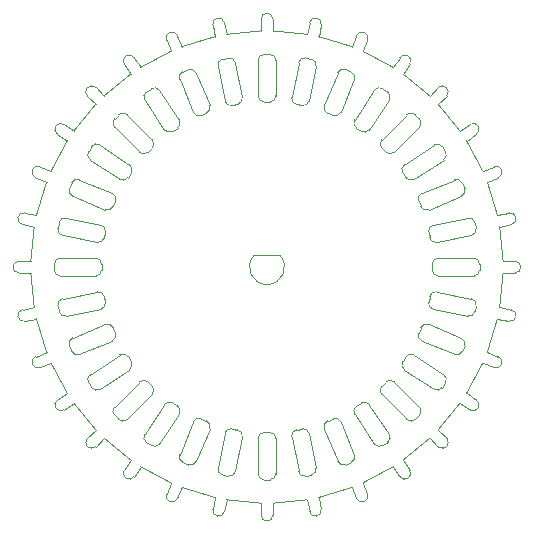
<source format=gbr>
G04 #@! TF.GenerationSoftware,KiCad,Pcbnew,(6.0.1-0)*
G04 #@! TF.CreationDate,2022-08-23T12:06:24-04:00*
G04 #@! TF.ProjectId,indexingWheel,696e6465-7869-46e6-9757-6865656c2e6b,rev?*
G04 #@! TF.SameCoordinates,Original*
G04 #@! TF.FileFunction,Profile,NP*
%FSLAX46Y46*%
G04 Gerber Fmt 4.6, Leading zero omitted, Abs format (unit mm)*
G04 Created by KiCad (PCBNEW (6.0.1-0)) date 2022-08-23 12:06:24*
%MOMM*%
%LPD*%
G01*
G04 APERTURE LIST*
G04 #@! TA.AperFunction,Profile*
%ADD10C,0.050000*%
G04 #@! TD*
G04 APERTURE END LIST*
D10*
X148400001Y-92000001D02*
G75*
G03*
X150599999Y-92000001I1099999J-999999D01*
G01*
X148400001Y-92000001D02*
X150600000Y-92000000D01*
X146234014Y-110703142D02*
G75*
G03*
X146821014Y-110310142I97001J489999D01*
G01*
X167500014Y-92750142D02*
G75*
G03*
X167000014Y-92250142I-500001J-1D01*
G01*
X156157014Y-76274142D02*
X156619014Y-76466142D01*
X139777014Y-103783142D02*
X137656014Y-105905142D01*
X143911014Y-105839142D02*
G75*
G03*
X143258011Y-106110150I-191000J-462000D01*
G01*
X142311014Y-74337142D02*
X141926014Y-73407142D01*
X156619014Y-109534141D02*
G75*
G03*
X156890014Y-108881142I-190999J461999D01*
G01*
X135720014Y-95486142D02*
X135818014Y-95976142D01*
X166810014Y-90322142D02*
G75*
G03*
X167204014Y-89734142I-97000J491000D01*
G01*
X134533014Y-102099142D02*
X137027014Y-100432142D01*
X138808014Y-109902142D02*
G75*
G03*
X141387023Y-111280619I10691956J16901920D01*
G01*
X159223014Y-103076142D02*
G75*
G03*
X159222020Y-103783148I353002J-354000D01*
G01*
X133154014Y-81476142D02*
X132317014Y-80917142D01*
X129988014Y-88609142D02*
X129001014Y-88413142D01*
X159292014Y-77895142D02*
X159708014Y-78172142D01*
X152178014Y-110310142D02*
X151593014Y-107368142D01*
X136595014Y-104844142D02*
G75*
G03*
X136595014Y-105552142I353999J-354000D01*
G01*
X169012014Y-97391142D02*
X169999014Y-97587142D01*
X156890014Y-77119142D02*
X155742014Y-79891142D01*
X165846014Y-81476142D02*
G75*
G03*
X163990808Y-79215688I-16346078J-11524066D01*
G01*
X162609014Y-86758142D02*
X165381014Y-85610142D01*
X135009014Y-79216142D02*
X134297014Y-78504142D01*
X169207014Y-96410142D02*
X170194014Y-96607142D01*
X148750014Y-110500142D02*
X148750014Y-107500142D01*
X151986014Y-106780141D02*
G75*
G03*
X151594016Y-107368151I98001J-490001D01*
G01*
X150000014Y-112994142D02*
G75*
G03*
X152910275Y-112707505I-500014J19994142D01*
G01*
X161973014Y-100432142D02*
X164467014Y-102099142D01*
X135720015Y-95486142D02*
G75*
G03*
X135132005Y-95094144I-490001J-98001D01*
G01*
X139777014Y-82924142D02*
G75*
G03*
X139778008Y-82217136I-353002J354000D01*
G01*
X138808014Y-109902142D02*
X138249014Y-110739142D01*
X161140014Y-84321142D02*
X163634014Y-82654142D01*
X136661014Y-87411142D02*
X136470014Y-87873142D01*
X150250014Y-107500142D02*
G75*
G03*
X149750014Y-107000142I-500001J-1D01*
G01*
X167000014Y-93750142D02*
G75*
G03*
X167500014Y-93250142I-1J500001D01*
G01*
X162530015Y-87873142D02*
G75*
G03*
X163183022Y-88144139I461999J190999D01*
G01*
X159576014Y-83277142D02*
G75*
G03*
X160283020Y-83278136I354000J353002D01*
G01*
X135000014Y-93750142D02*
X132000014Y-93750142D01*
X160192014Y-76098142D02*
X160751014Y-75261142D01*
X135004014Y-77797142D02*
G75*
G03*
X134298014Y-78505142I-353000J-354000D01*
G01*
X159292014Y-77895142D02*
G75*
G03*
X158600014Y-78033142I-277000J-414999D01*
G01*
X150000014Y-112994142D02*
X150000014Y-114000142D01*
X141514014Y-104502142D02*
G75*
G03*
X140821009Y-104639149I-278000J-415001D01*
G01*
X136470013Y-98127142D02*
G75*
G03*
X135817006Y-97856145I-461999J-190999D01*
G01*
X153064014Y-107075142D02*
X153650014Y-110017142D01*
X167780014Y-84887142D02*
X168710014Y-84502142D01*
X153257014Y-110605142D02*
X152766014Y-110703142D01*
X159223014Y-82217142D02*
X161344014Y-80095142D01*
X161583014Y-75817142D02*
G75*
G03*
X160751014Y-75261142I-416000J278000D01*
G01*
X163183014Y-97856142D02*
X165955014Y-99004142D01*
X166810014Y-90322142D02*
X163868014Y-90907142D01*
X135817014Y-88144143D02*
G75*
G03*
X136470014Y-87873142I191000J462000D01*
G01*
X146090014Y-112707142D02*
G75*
G03*
X149000219Y-112993745I3410012J19707108D01*
G01*
X162339014Y-98589142D02*
X162530014Y-98127142D01*
X163868014Y-95093142D02*
X166810014Y-95678142D01*
X145743014Y-75395142D02*
X146234014Y-75297142D01*
X128806014Y-96607142D02*
G75*
G03*
X129002014Y-97587142I98000J-490000D01*
G01*
X135132014Y-90907142D02*
X132190014Y-90322142D01*
X131895014Y-96757142D02*
X131797014Y-96266142D01*
X161024014Y-109346142D02*
X161583014Y-110183142D01*
X161024014Y-76654142D02*
X161583014Y-75817142D01*
X144373014Y-79970142D02*
X143911014Y-80161142D01*
X147407014Y-107368142D02*
G75*
G03*
X147014014Y-106779142I-491000J98000D01*
G01*
X137976014Y-76654142D02*
X137417014Y-75817142D01*
X167203014Y-96266142D02*
G75*
G03*
X166810014Y-95679142I-489999J97001D01*
G01*
X135366014Y-82654142D02*
X137860014Y-84321142D01*
X165955014Y-86996141D02*
G75*
G03*
X166226014Y-86343142I-190999J461999D01*
G01*
X149000014Y-73006142D02*
X149000014Y-72000142D01*
X163996014Y-108203142D02*
G75*
G03*
X164702014Y-107495142I353000J354000D01*
G01*
X165846014Y-104524142D02*
X166683014Y-105083142D01*
X156619014Y-109534142D02*
X156157014Y-109726142D01*
X135009014Y-79216142D02*
G75*
G03*
X133153876Y-81476622I14490921J-13783936D01*
G01*
X158179014Y-104640142D02*
G75*
G03*
X157487014Y-104502142I-415000J-276999D01*
G01*
X135716014Y-78509142D02*
X135004014Y-77797142D01*
X160283014Y-102723142D02*
G75*
G03*
X159577014Y-102723142I-353000J-353001D01*
G01*
X168163014Y-85811142D02*
X169093014Y-85426142D01*
X151593014Y-78632142D02*
X152178014Y-75690142D01*
X142843014Y-109726143D02*
G75*
G03*
X143496014Y-109455142I191000J462000D01*
G01*
X146822014Y-75690142D02*
G75*
G03*
X146234014Y-75296142I-491000J-97000D01*
G01*
X163575014Y-89436142D02*
X166517014Y-88850142D01*
X161002014Y-100986142D02*
G75*
G03*
X161139021Y-101679147I415001J-278000D01*
G01*
X159576014Y-83277142D02*
X159223014Y-82924142D01*
X149000014Y-73006142D02*
G75*
G03*
X146089753Y-73292779I500014J-19994142D01*
G01*
X128500014Y-92500142D02*
G75*
G03*
X128500014Y-93500142I0J-500000D01*
G01*
X157613014Y-111280142D02*
G75*
G03*
X160191954Y-109901668I-8113035J18280063D01*
G01*
X141387014Y-111280142D02*
X141002014Y-112210142D01*
X132190014Y-95678142D02*
G75*
G03*
X131796014Y-96266142I97000J-491000D01*
G01*
X145893014Y-72306142D02*
G75*
G03*
X144913014Y-72502142I-490000J-98000D01*
G01*
X167780014Y-101113142D02*
X168710014Y-101498142D01*
X161024014Y-109346142D02*
G75*
G03*
X163284468Y-107490936I-11524066J16346078D01*
G01*
X129907014Y-100574142D02*
G75*
G03*
X130291014Y-101498142I192000J-462000D01*
G01*
X163868014Y-95093142D02*
G75*
G03*
X163279014Y-95486142I-98000J-491000D01*
G01*
X166226014Y-99657142D02*
X166034014Y-100119142D01*
X145743014Y-75395143D02*
G75*
G03*
X145351014Y-75983142I97999J-489999D01*
G01*
X155742014Y-106109142D02*
X156890014Y-108881142D01*
X159223014Y-82217142D02*
G75*
G03*
X159223014Y-82923142I353001J-353000D01*
G01*
X163182014Y-95976142D02*
X163280014Y-95486142D01*
X141930014Y-81221142D02*
G75*
G03*
X142068009Y-80527135I-278000J416000D01*
G01*
X166683014Y-105083142D02*
G75*
G03*
X167239014Y-104251142I278000J416000D01*
G01*
X136661014Y-87411142D02*
G75*
G03*
X136390006Y-86758139I-462000J191000D01*
G01*
X131797014Y-89734142D02*
X131895014Y-89243142D01*
X164000014Y-92250142D02*
X167000014Y-92250142D01*
X131220014Y-101113142D02*
X130290014Y-101498142D01*
X163183014Y-97856141D02*
G75*
G03*
X162530014Y-98127142I-191000J-462000D01*
G01*
X160192014Y-76098142D02*
G75*
G03*
X157613005Y-74719665I-10691956J-16901920D01*
G01*
X150250014Y-75500142D02*
G75*
G03*
X149750014Y-75000142I-500001J-1D01*
G01*
X166517014Y-97150142D02*
X163575014Y-96564142D01*
X143258014Y-79891142D02*
X142110014Y-77119142D01*
X132317014Y-80917142D02*
G75*
G03*
X131761014Y-81749142I-278000J-416000D01*
G01*
X133619014Y-85610142D02*
X136391014Y-86758142D01*
X148750014Y-78500142D02*
G75*
G03*
X149250014Y-79000142I500001J1D01*
G01*
X132598014Y-82308142D02*
G75*
G03*
X131219537Y-84887151I16901920J-10691956D01*
G01*
X149750014Y-111000142D02*
G75*
G03*
X150250014Y-110500142I-1J500001D01*
G01*
X164328014Y-82792142D02*
G75*
G03*
X163634014Y-82654142I-416000J-278000D01*
G01*
X136391014Y-99242142D02*
X133619014Y-100390142D01*
X161344014Y-105905142D02*
G75*
G03*
X162052014Y-105905142I354000J353999D01*
G01*
X155504015Y-109455142D02*
G75*
G03*
X156157014Y-109726142I461999J190999D01*
G01*
X129793014Y-89590142D02*
G75*
G03*
X129506411Y-92500347I19707108J-3410012D01*
G01*
X154356013Y-79317142D02*
G75*
G03*
X154627014Y-79970142I462000J-191000D01*
G01*
X163284014Y-78509142D02*
G75*
G03*
X161023534Y-76654004I-13783936J-14490921D01*
G01*
X133045014Y-99004142D02*
X135817014Y-97856142D01*
X149250014Y-75000142D02*
X149750014Y-75000142D01*
X134533014Y-102099142D02*
G75*
G03*
X134394014Y-102792142I277000J-416000D01*
G01*
X151593014Y-78632142D02*
G75*
G03*
X151986014Y-79221142I491000J-98000D01*
G01*
X169093014Y-85426142D02*
G75*
G03*
X168709014Y-84502142I-192000J462000D01*
G01*
X163280013Y-90514142D02*
G75*
G03*
X163868023Y-90906140I490001J98001D01*
G01*
X152910014Y-73293142D02*
G75*
G03*
X149999809Y-73006539I-3410012J-19707108D01*
G01*
X152476014Y-79318142D02*
G75*
G03*
X153065016Y-78925133I98001J490998D01*
G01*
X159223014Y-103076142D02*
X159576014Y-102723142D01*
X169494014Y-92500142D02*
G75*
G03*
X169207377Y-89589881I-19994142J-500014D01*
G01*
X137656014Y-80095142D02*
G75*
G03*
X136948014Y-80095142I-354000J-353999D01*
G01*
X154087014Y-72501142D02*
G75*
G03*
X153107014Y-72307142I-490000J97000D01*
G01*
X129988014Y-97391142D02*
G75*
G03*
X130836900Y-100189523I19512129J4391039D01*
G01*
X166034013Y-85881142D02*
G75*
G03*
X165381014Y-85610142I-461999J-190999D01*
G01*
X164467014Y-83901142D02*
X161973014Y-85568142D01*
X141002014Y-112210142D02*
G75*
G03*
X141926014Y-112592142I462000J-191000D01*
G01*
X166402014Y-82308142D02*
X167239014Y-81749142D01*
X153891014Y-73488142D02*
X154087014Y-72501142D01*
X139292014Y-78172142D02*
X139708014Y-77895142D01*
X168163014Y-100189142D02*
X169093014Y-100574142D01*
X132966015Y-100119142D02*
G75*
G03*
X133619014Y-100390142I461999J190999D01*
G01*
X144644015Y-106683142D02*
G75*
G03*
X144373014Y-106030142I-462000J191000D01*
G01*
X131220014Y-84887142D02*
X130290014Y-84502142D01*
X140821014Y-81360142D02*
G75*
G03*
X141513014Y-81498142I415000J276999D01*
G01*
X153891014Y-112512142D02*
G75*
G03*
X156689395Y-111663256I-4391039J19512129D01*
G01*
X135425014Y-96564141D02*
G75*
G03*
X135817014Y-95976142I-97999J489999D01*
G01*
X145350014Y-110017142D02*
X145936014Y-107075142D01*
X164605014Y-102792142D02*
X164328014Y-103208142D01*
X129793014Y-96410142D02*
X128806014Y-96607142D01*
X163182014Y-95976142D02*
G75*
G03*
X163575023Y-96565144I490998J-98001D01*
G01*
X132598014Y-103692142D02*
X131761014Y-104251142D01*
X139708014Y-108105142D02*
G75*
G03*
X140400014Y-107967142I277000J414999D01*
G01*
X160283014Y-102723142D02*
X162405014Y-104844142D01*
X145936014Y-78925142D02*
X145350014Y-75983142D01*
X159708014Y-107828142D02*
X159292014Y-108105142D01*
X163500014Y-93250142D02*
G75*
G03*
X164000023Y-93750142I500000J0D01*
G01*
X146090014Y-73293142D02*
X145893014Y-72306142D01*
X130290014Y-84502142D02*
G75*
G03*
X129908014Y-85426142I-191000J-462000D01*
G01*
X137976014Y-109346142D02*
X137417014Y-110183142D01*
X162051014Y-80095142D02*
G75*
G03*
X161344014Y-80096142I-353000J-354002D01*
G01*
X135500014Y-92750142D02*
G75*
G03*
X135000005Y-92250142I-500000J0D01*
G01*
X167500014Y-92750142D02*
X167500014Y-93250142D01*
X155089014Y-80161142D02*
X154627014Y-79970142D01*
X163500014Y-93250142D02*
X163500014Y-92750142D01*
X138717014Y-83277142D02*
X136595014Y-81156142D01*
X163991014Y-106784142D02*
G75*
G03*
X165846152Y-104523662I-14490921J13783936D01*
G01*
X142110014Y-108881142D02*
X143258014Y-106109142D01*
X165846014Y-81476142D02*
X166683014Y-80917142D01*
X157070014Y-104779142D02*
X157486014Y-104502142D01*
X150000014Y-72000142D02*
G75*
G03*
X149000014Y-72000142I-500000J0D01*
G01*
X137860014Y-101679142D02*
G75*
G03*
X137998014Y-100987142I-276999J415000D01*
G01*
X144373014Y-79970141D02*
G75*
G03*
X144644011Y-79317134I-190999J461999D01*
G01*
X164703014Y-78504142D02*
G75*
G03*
X163995014Y-77798142I-354000J353000D01*
G01*
X166402014Y-103692142D02*
X167239014Y-104251142D01*
X148750014Y-110500142D02*
G75*
G03*
X149250014Y-111000142I500001J1D01*
G01*
X137721014Y-100570142D02*
X137998014Y-100986142D01*
X163575014Y-89436143D02*
G75*
G03*
X163183014Y-90024142I97999J-489999D01*
G01*
X150250014Y-107500142D02*
X150250014Y-110500142D01*
X136595014Y-80449142D02*
X136949014Y-80095142D01*
X136949014Y-105905142D02*
X136595014Y-105551142D01*
X156689014Y-74337142D02*
G75*
G03*
X153890654Y-73488310I-7188986J-18662944D01*
G01*
X139777014Y-82924142D02*
X139424014Y-83277142D01*
X145936015Y-78925142D02*
G75*
G03*
X146524014Y-79317142I489999J97999D01*
G01*
X135716014Y-107491142D02*
G75*
G03*
X137976494Y-109346280I13783936J14490921D01*
G01*
X137721014Y-100570142D02*
G75*
G03*
X137027007Y-100432147I-416000J-278000D01*
G01*
X167203014Y-96266142D02*
X167105014Y-96757142D01*
X139708014Y-108105142D02*
X139292014Y-107828142D01*
X149250014Y-75000142D02*
G75*
G03*
X148750014Y-75500142I1J-500001D01*
G01*
X169494014Y-92500142D02*
X170500014Y-92500142D01*
X142381014Y-76466142D02*
X142843014Y-76274142D01*
X133154014Y-104524142D02*
G75*
G03*
X135009220Y-106784596I16346078J11524066D01*
G01*
X156689014Y-111663142D02*
X157074014Y-112593142D01*
X158599014Y-107967142D02*
X156932014Y-105473142D01*
X162405014Y-105551142D02*
G75*
G03*
X162404014Y-104844142I-354002J353000D01*
G01*
X157613014Y-74720142D02*
X157998014Y-73790142D01*
X132774013Y-86343142D02*
G75*
G03*
X133045014Y-86996142I462000J-191000D01*
G01*
X136949014Y-105905142D02*
G75*
G03*
X137656014Y-105904142I353000J354002D01*
G01*
X157070014Y-104779142D02*
G75*
G03*
X156932019Y-105473149I278000J-416000D01*
G01*
X133619014Y-85610141D02*
G75*
G03*
X132966014Y-85881142I-191000J-462000D01*
G01*
X160751014Y-110739142D02*
G75*
G03*
X161583014Y-110183142I416000J278000D01*
G01*
X162405014Y-105551142D02*
X162051014Y-105905142D01*
X135716014Y-107491142D02*
X135004014Y-108203142D01*
X135009014Y-106784142D02*
X134297014Y-107496142D01*
X161973014Y-100432142D02*
G75*
G03*
X161279014Y-100570142I-278000J-416000D01*
G01*
X133154014Y-104524142D02*
X132317014Y-105083142D01*
X149000014Y-114000142D02*
G75*
G03*
X150000014Y-114000142I500000J0D01*
G01*
X149250014Y-107000142D02*
G75*
G03*
X148750014Y-107500151I0J-500000D01*
G01*
X156932014Y-80527142D02*
G75*
G03*
X157070014Y-81221142I416000J-278000D01*
G01*
X153891014Y-112512142D02*
X154087014Y-113499142D01*
X157486014Y-81498142D02*
G75*
G03*
X158179019Y-81361135I278000J415001D01*
G01*
X131500014Y-93250142D02*
G75*
G03*
X132000014Y-93750142I500001J1D01*
G01*
X167105014Y-89243142D02*
X167203014Y-89734142D01*
X132598014Y-82308142D02*
X131761014Y-81749142D01*
X163634014Y-103346142D02*
X161140014Y-101679142D01*
X152910014Y-73293142D02*
X153107014Y-72306142D01*
X165955014Y-86996142D02*
X163183014Y-88144142D01*
X132966014Y-100119142D02*
X132774014Y-99657142D01*
X146822014Y-75690142D02*
X147407014Y-78632142D01*
X129506014Y-93500142D02*
X128500014Y-93500142D01*
X139424014Y-102723142D02*
X139777014Y-103076142D01*
X135818014Y-90024142D02*
X135720014Y-90514142D01*
X166517014Y-97150142D02*
G75*
G03*
X167106014Y-96757142I98000J491000D01*
G01*
X131895015Y-96757142D02*
G75*
G03*
X132483014Y-97149142I489999J97999D01*
G01*
X163284014Y-107491142D02*
X163996014Y-108203142D01*
X161140014Y-84321142D02*
G75*
G03*
X161002014Y-85013142I276999J-415000D01*
G01*
X141387014Y-74720142D02*
X141002014Y-73790142D01*
X143911014Y-105839142D02*
X144373014Y-106030142D01*
X132774014Y-86343142D02*
X132966014Y-85881142D01*
X137860014Y-101679142D02*
X135366014Y-103346142D01*
X158599014Y-107967142D02*
G75*
G03*
X159292014Y-108106142I416000J277000D01*
G01*
X163991014Y-106784142D02*
X164703014Y-107496142D01*
X165381014Y-100390142D02*
X162609014Y-99242142D01*
X151986014Y-106780142D02*
X152476014Y-106682142D01*
X154627014Y-106030143D02*
G75*
G03*
X154356017Y-106683150I190999J-461999D01*
G01*
X142381014Y-76466143D02*
G75*
G03*
X142110014Y-77119142I190999J-461999D01*
G01*
X136595014Y-104844142D02*
X138717014Y-102723142D01*
X167780014Y-84887142D02*
G75*
G03*
X166401540Y-82308202I-18280063J-8113035D01*
G01*
X129506014Y-93500142D02*
G75*
G03*
X129792651Y-96410403I19994142J500014D01*
G01*
X165381014Y-100390143D02*
G75*
G03*
X166034014Y-100119142I191000J462000D01*
G01*
X143496013Y-76545142D02*
G75*
G03*
X142843014Y-76274142I-461999J-190999D01*
G01*
X131761014Y-104251142D02*
G75*
G03*
X132317014Y-105083142I278000J-416000D01*
G01*
X163280014Y-90514142D02*
X163182014Y-90024142D01*
X130837014Y-85811142D02*
X129907014Y-85426142D01*
X146234014Y-110703142D02*
X145743014Y-110605142D01*
X144913014Y-113499142D02*
G75*
G03*
X145893014Y-113693142I490000J-97000D01*
G01*
X158179014Y-104640142D02*
X159846014Y-107134142D01*
X161279014Y-85430142D02*
G75*
G03*
X161973021Y-85568137I416000J278000D01*
G01*
X157998014Y-73790142D02*
G75*
G03*
X157074014Y-73408142I-462000J191000D01*
G01*
X143258014Y-79891142D02*
G75*
G03*
X143912014Y-80161142I462000J191999D01*
G01*
X169207014Y-96410142D02*
G75*
G03*
X169493617Y-93499937I-19707108J3410012D01*
G01*
X145350014Y-110017142D02*
G75*
G03*
X145743014Y-110606142I491000J-98000D01*
G01*
X132000014Y-92250142D02*
X135000014Y-92250142D01*
X164467014Y-83901142D02*
G75*
G03*
X164606014Y-83208142I-277000J416000D01*
G01*
X162051014Y-80095142D02*
X162405014Y-80449142D01*
X169207014Y-89590142D02*
X170194014Y-89393142D01*
X129001014Y-88413142D02*
G75*
G03*
X128807014Y-89393142I-97000J-490000D01*
G01*
X132483014Y-88850142D02*
X135425014Y-89436142D01*
X170500014Y-93500142D02*
G75*
G03*
X170500014Y-92500142I0J500000D01*
G01*
X154627014Y-106030142D02*
X155089014Y-105839142D01*
X132190014Y-95678142D02*
X135132014Y-95093142D01*
X153650014Y-75983142D02*
X153064014Y-78925142D01*
X135817014Y-88144142D02*
X133045014Y-86996142D01*
X133045014Y-99004143D02*
G75*
G03*
X132774014Y-99657142I190999J-461999D01*
G01*
X153650014Y-75983142D02*
G75*
G03*
X153257014Y-75394142I-491000J98000D01*
G01*
X157613014Y-111280142D02*
X157998014Y-112210142D01*
X162405014Y-81156142D02*
G75*
G03*
X162405014Y-80448142I-353999J354000D01*
G01*
X162405014Y-81156142D02*
X160283014Y-83277142D01*
X134297014Y-107496142D02*
G75*
G03*
X135005014Y-108202142I354000J-353000D01*
G01*
X157074014Y-112593142D02*
G75*
G03*
X157998014Y-112209142I462000J192000D01*
G01*
X141387014Y-74720142D02*
G75*
G03*
X138808074Y-76098616I8113035J-18280063D01*
G01*
X156157014Y-76274141D02*
G75*
G03*
X155504014Y-76545142I-191000J-462000D01*
G01*
X155504014Y-109455142D02*
X154356014Y-106683142D01*
X138249014Y-75261142D02*
G75*
G03*
X137417014Y-75817142I-416000J-278000D01*
G01*
X139424014Y-102723142D02*
G75*
G03*
X138717008Y-102722148I-354000J-353002D01*
G01*
X152476014Y-79318142D02*
X151986014Y-79220142D01*
X134395014Y-83208142D02*
X134672014Y-82792142D01*
X141930014Y-81221142D02*
X141514014Y-81498142D01*
X142311014Y-111663142D02*
G75*
G03*
X145109374Y-112511974I7188986J18662944D01*
G01*
X169999014Y-97587142D02*
G75*
G03*
X170193014Y-96607142I97000J490000D01*
G01*
X156932014Y-80527142D02*
X158599014Y-78033142D01*
X142068014Y-105473142D02*
X140401014Y-107967142D01*
X167105013Y-89243142D02*
G75*
G03*
X166517014Y-88851142I-489999J-97999D01*
G01*
X150000014Y-73006142D02*
X150000014Y-72000142D01*
X163634014Y-103346142D02*
G75*
G03*
X164328014Y-103208142I278000J416000D01*
G01*
X159846014Y-78866142D02*
G75*
G03*
X159708014Y-78172142I-416000J278000D01*
G01*
X166034014Y-85881142D02*
X166226014Y-86343142D01*
X141514014Y-104502142D02*
X141930014Y-104779142D01*
X144644014Y-106683142D02*
X143496014Y-109455142D01*
X132000014Y-92250142D02*
G75*
G03*
X131500014Y-92750142I1J-500001D01*
G01*
X137027014Y-85568142D02*
G75*
G03*
X137721014Y-85430142I278000J416000D01*
G01*
X140401014Y-78033142D02*
G75*
G03*
X139708014Y-77894142I-416000J-277000D01*
G01*
X163284014Y-78509142D02*
X163996014Y-77797142D01*
X142843014Y-109726142D02*
X142381014Y-109534142D01*
X162339014Y-98589142D02*
G75*
G03*
X162610022Y-99242145I462000J-191000D01*
G01*
X161002014Y-100986142D02*
X161279014Y-100570142D01*
X146524014Y-106682142D02*
G75*
G03*
X145935012Y-107075151I-98001J-490998D01*
G01*
X148750014Y-78500142D02*
X148750014Y-75500142D01*
X166226015Y-99657142D02*
G75*
G03*
X165955014Y-99004142I-462000J191000D01*
G01*
X146090014Y-112707142D02*
X145893014Y-113694142D01*
X142110013Y-108881142D02*
G75*
G03*
X142381014Y-109534142I462000J-191000D01*
G01*
X152766014Y-75297142D02*
X153257014Y-75395142D01*
X131220014Y-101113142D02*
G75*
G03*
X132598488Y-103692082I18280063J8113035D01*
G01*
X143496014Y-76545142D02*
X144644014Y-79317142D01*
X164000014Y-92250142D02*
G75*
G03*
X163500014Y-92750142I1J-500001D01*
G01*
X131797014Y-89734142D02*
G75*
G03*
X132190014Y-90321142I489999J-97001D01*
G01*
X137976014Y-76654142D02*
G75*
G03*
X135715560Y-78509348I11524066J-16346078D01*
G01*
X131500014Y-93250142D02*
X131500014Y-92750142D01*
X153257014Y-110605141D02*
G75*
G03*
X153649014Y-110017142I-97999J489999D01*
G01*
X137998014Y-85014142D02*
G75*
G03*
X137861007Y-84321137I-415001J278000D01*
G01*
X136470014Y-98127142D02*
X136661014Y-98589142D01*
X142311014Y-111663142D02*
X141926014Y-112593142D01*
X154356014Y-79317142D02*
X155504014Y-76545142D01*
X156689014Y-74337142D02*
X157074014Y-73407142D01*
X167000014Y-93750142D02*
X164000014Y-93750142D01*
X137417014Y-110183142D02*
G75*
G03*
X138249014Y-110739142I416000J-278000D01*
G01*
X135366014Y-82654142D02*
G75*
G03*
X134672014Y-82792142I-278000J-416000D01*
G01*
X132483014Y-88850142D02*
G75*
G03*
X131894014Y-89243142I-98000J-491000D01*
G01*
X129793014Y-89590142D02*
X128806014Y-89393142D01*
X139777014Y-103783142D02*
G75*
G03*
X139777014Y-103077142I-353001J353000D01*
G01*
X167239014Y-81749142D02*
G75*
G03*
X166683014Y-80917142I-278000J416000D01*
G01*
X161344014Y-105905142D02*
X159223014Y-103783142D01*
X147014014Y-79220142D02*
X146524014Y-79318142D01*
X169012014Y-88609142D02*
X169999014Y-88413142D01*
X153064013Y-107075142D02*
G75*
G03*
X152476014Y-106683142I-489999J-97999D01*
G01*
X164328014Y-82792142D02*
X164605014Y-83208142D01*
X145109014Y-73488142D02*
X144913014Y-72501142D01*
X129506014Y-92500142D02*
X128500014Y-92500142D01*
X155089014Y-80161142D02*
G75*
G03*
X155742017Y-79890134I191000J462000D01*
G01*
X156890015Y-77119142D02*
G75*
G03*
X156619014Y-76466142I-462000J191000D01*
G01*
X135425014Y-96564142D02*
X132483014Y-97150142D01*
X134672014Y-103208142D02*
G75*
G03*
X135366014Y-103346142I416000J278000D01*
G01*
X164605014Y-102792142D02*
G75*
G03*
X164467014Y-102100142I-414999J277000D01*
G01*
X135132014Y-90907142D02*
G75*
G03*
X135721014Y-90514142I98000J491000D01*
G01*
X155742014Y-106109142D02*
G75*
G03*
X155088014Y-105839142I-462000J-191999D01*
G01*
X160192014Y-109902142D02*
X160751014Y-110739142D01*
X137998014Y-85014142D02*
X137721014Y-85430142D01*
X147014014Y-79220143D02*
G75*
G03*
X147406012Y-78632133I-98001J490001D01*
G01*
X152910014Y-112707142D02*
X153107014Y-113694142D01*
X139292014Y-78172142D02*
G75*
G03*
X139154014Y-78866142I278000J-416000D01*
G01*
X166402014Y-103692142D02*
G75*
G03*
X167780491Y-101113133I-16901920J10691956D01*
G01*
X139154014Y-107134142D02*
G75*
G03*
X139292014Y-107828142I416000J-278000D01*
G01*
X157486014Y-81498142D02*
X157070014Y-81221142D01*
X162609014Y-86758142D02*
G75*
G03*
X162339014Y-87412142I191999J-462000D01*
G01*
X134672014Y-103208142D02*
X134395014Y-102792142D01*
X135500014Y-92750142D02*
X135500014Y-93250142D01*
X137027014Y-85568142D02*
X134533014Y-83901142D01*
X136595014Y-80449142D02*
G75*
G03*
X136596014Y-81156142I354002J-353000D01*
G01*
X168163014Y-100189142D02*
G75*
G03*
X169011846Y-97390782I-18662944J7188986D01*
G01*
X153107014Y-113694142D02*
G75*
G03*
X154087014Y-113498142I490000J98000D01*
G01*
X135818014Y-90024142D02*
G75*
G03*
X135425005Y-89435140I-490998J98001D01*
G01*
X130837014Y-85811142D02*
G75*
G03*
X129988182Y-88609502I18662944J-7188986D01*
G01*
X145109014Y-112512142D02*
X144913014Y-113499142D01*
X163991014Y-79216142D02*
X164703014Y-78504142D01*
X141926014Y-73407142D02*
G75*
G03*
X141002014Y-73791142I-462000J-192000D01*
G01*
X139154014Y-107134142D02*
X140821014Y-104640142D01*
X149750014Y-79000142D02*
X149250014Y-79000142D01*
X149000014Y-112994142D02*
X149000014Y-114000142D01*
X170194014Y-89393142D02*
G75*
G03*
X169998014Y-88413142I-98000J490000D01*
G01*
X138717014Y-83277142D02*
G75*
G03*
X139423014Y-83277142I353000J353001D01*
G01*
X159708014Y-107828142D02*
G75*
G03*
X159846014Y-107134142I-278000J416000D01*
G01*
X161279014Y-85430142D02*
X161002014Y-85014142D01*
X134395014Y-83208142D02*
G75*
G03*
X134533014Y-83900142I414999J-277000D01*
G01*
X140821014Y-81360142D02*
X139154014Y-78866142D01*
X150250014Y-75500142D02*
X150250014Y-78500142D01*
X136391014Y-99242142D02*
G75*
G03*
X136661014Y-98588142I-191999J462000D01*
G01*
X169012014Y-88609142D02*
G75*
G03*
X168163128Y-85810761I-19512129J-4391039D01*
G01*
X146524014Y-106682142D02*
X147014014Y-106780142D01*
X129988014Y-97391142D02*
X129001014Y-97587142D01*
X145109014Y-73488142D02*
G75*
G03*
X142310633Y-74337028I4391039J-19512129D01*
G01*
X149750014Y-79000142D02*
G75*
G03*
X150250014Y-78500133I0J500000D01*
G01*
X152766014Y-75297142D02*
G75*
G03*
X152179014Y-75690142I-97001J-489999D01*
G01*
X140401014Y-78033142D02*
X142068014Y-80527142D01*
X169494014Y-93500142D02*
X170500014Y-93500142D01*
X147407014Y-107368142D02*
X146822014Y-110310142D01*
X159846014Y-78866142D02*
X158179014Y-81360142D01*
X142068014Y-105473142D02*
G75*
G03*
X141930014Y-104779142I-416000J278000D01*
G01*
X138808014Y-76098142D02*
X138249014Y-75261142D01*
X130837014Y-100189142D02*
X129907014Y-100574142D01*
X137656014Y-80095142D02*
X139777014Y-82217142D01*
X149250014Y-107000142D02*
X149750014Y-107000142D01*
X162530014Y-87873142D02*
X162339014Y-87411142D01*
X149750014Y-111000142D02*
X149250014Y-111000142D01*
X152178014Y-110310142D02*
G75*
G03*
X152766014Y-110704142I491000J97000D01*
G01*
X168710014Y-101498142D02*
G75*
G03*
X169092014Y-100574142I191000J462000D01*
G01*
X135000014Y-93750142D02*
G75*
G03*
X135500014Y-93250142I-1J500001D01*
G01*
M02*

</source>
